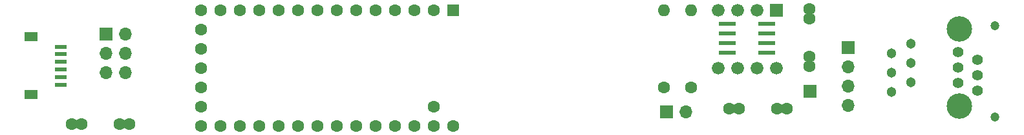
<source format=gbr>
G04 #@! TF.GenerationSoftware,KiCad,Pcbnew,7.0.10*
G04 #@! TF.CreationDate,2024-02-21T13:57:35+01:00*
G04 #@! TF.ProjectId,DNMS,444e4d53-2e6b-4696-9361-645f70636258,V1.6*
G04 #@! TF.SameCoordinates,Original*
G04 #@! TF.FileFunction,Soldermask,Top*
G04 #@! TF.FilePolarity,Negative*
%FSLAX46Y46*%
G04 Gerber Fmt 4.6, Leading zero omitted, Abs format (unit mm)*
G04 Created by KiCad (PCBNEW 7.0.10) date 2024-02-21 13:57:35*
%MOMM*%
%LPD*%
G01*
G04 APERTURE LIST*
%ADD10C,1.676400*%
%ADD11R,1.676400X1.676400*%
%ADD12C,1.200000*%
%ADD13C,1.400000*%
%ADD14C,3.350000*%
%ADD15C,1.303000*%
%ADD16C,1.600000*%
%ADD17R,1.700000X1.700000*%
%ADD18O,1.700000X1.700000*%
%ADD19O,1.600000X1.600000*%
%ADD20R,1.600000X1.600000*%
%ADD21R,2.200000X0.600000*%
%ADD22R,1.550000X0.600000*%
%ADD23R,1.800000X1.200000*%
G04 APERTURE END LIST*
D10*
X154586000Y-84428000D03*
X152046000Y-84428000D03*
X149506000Y-84428000D03*
X146966000Y-84428000D03*
X146966000Y-76808000D03*
X149506000Y-76808000D03*
X152046000Y-76808000D03*
D11*
X154586000Y-76808000D03*
D12*
X183202480Y-78912200D03*
X183202480Y-90912200D03*
D13*
X180902480Y-87462200D03*
X178362480Y-86442200D03*
X180902480Y-85422200D03*
X178362480Y-84402200D03*
X180902480Y-83382200D03*
X178362480Y-82362200D03*
D14*
X178526440Y-89473560D03*
X178526440Y-79313560D03*
D15*
X169636440Y-87568560D03*
X172176440Y-86298560D03*
X169636440Y-85028560D03*
X172176440Y-83758560D03*
X169636440Y-82488560D03*
X172176440Y-81218560D03*
D16*
X158927800Y-84210400D03*
X158927800Y-82960400D03*
X158927800Y-77960400D03*
X158927800Y-76710400D03*
D17*
X140233400Y-90244800D03*
D18*
X142773400Y-90244800D03*
D17*
X164014400Y-81743800D03*
D18*
X164014400Y-84283800D03*
X164014400Y-86823800D03*
X164014400Y-89363800D03*
D16*
X143410000Y-86968000D03*
D19*
X143410000Y-76808000D03*
D16*
X139854000Y-86968000D03*
D19*
X139854000Y-76808000D03*
D16*
X148412200Y-89770200D03*
X149662200Y-89770200D03*
X154662200Y-89770200D03*
X155912200Y-89770200D03*
X69799200Y-91827400D03*
X68549200Y-91827400D03*
X63549200Y-91827400D03*
X62299200Y-91827400D03*
D17*
X66802000Y-80010000D03*
D18*
X69342000Y-80010000D03*
X66802000Y-82550000D03*
X69342000Y-82550000D03*
X66802000Y-85090000D03*
X69342000Y-85090000D03*
D20*
X112242600Y-76809600D03*
D16*
X109702600Y-76809600D03*
X107162600Y-76809600D03*
X104622600Y-76809600D03*
X102082600Y-76809600D03*
X99542600Y-76809600D03*
X97002600Y-76809600D03*
X94462600Y-76809600D03*
X91922600Y-76809600D03*
X89382600Y-76809600D03*
X86842600Y-76809600D03*
X84302600Y-76809600D03*
X81762600Y-76809600D03*
X79222600Y-76809600D03*
X79222600Y-79349600D03*
X79222600Y-81889600D03*
X79222600Y-84429600D03*
X79222600Y-86969600D03*
X79222600Y-89509600D03*
X79222600Y-92049600D03*
X81762600Y-92049600D03*
X84302600Y-92049600D03*
X86842600Y-92049600D03*
X89382600Y-92049600D03*
X91922600Y-92049600D03*
X94462600Y-92049600D03*
X97002600Y-92049600D03*
X99542600Y-92049600D03*
X102082600Y-92049600D03*
X104622600Y-92049600D03*
X107162600Y-92049600D03*
X109702600Y-92049600D03*
X112242600Y-92049600D03*
X109702600Y-89509600D03*
D21*
X148149000Y-78663800D03*
X148149000Y-79933800D03*
X148149000Y-81203800D03*
X148149000Y-82473800D03*
X153349000Y-82473800D03*
X153349000Y-81203800D03*
X153349000Y-79933800D03*
X153349000Y-78663800D03*
D17*
X159029400Y-87477600D03*
D22*
X60876180Y-81647660D03*
X60876180Y-82647660D03*
X60876180Y-83647660D03*
X60876180Y-84647660D03*
X60876180Y-85647660D03*
X60876180Y-86647660D03*
D23*
X57001180Y-80347660D03*
X57001180Y-87947660D03*
M02*

</source>
